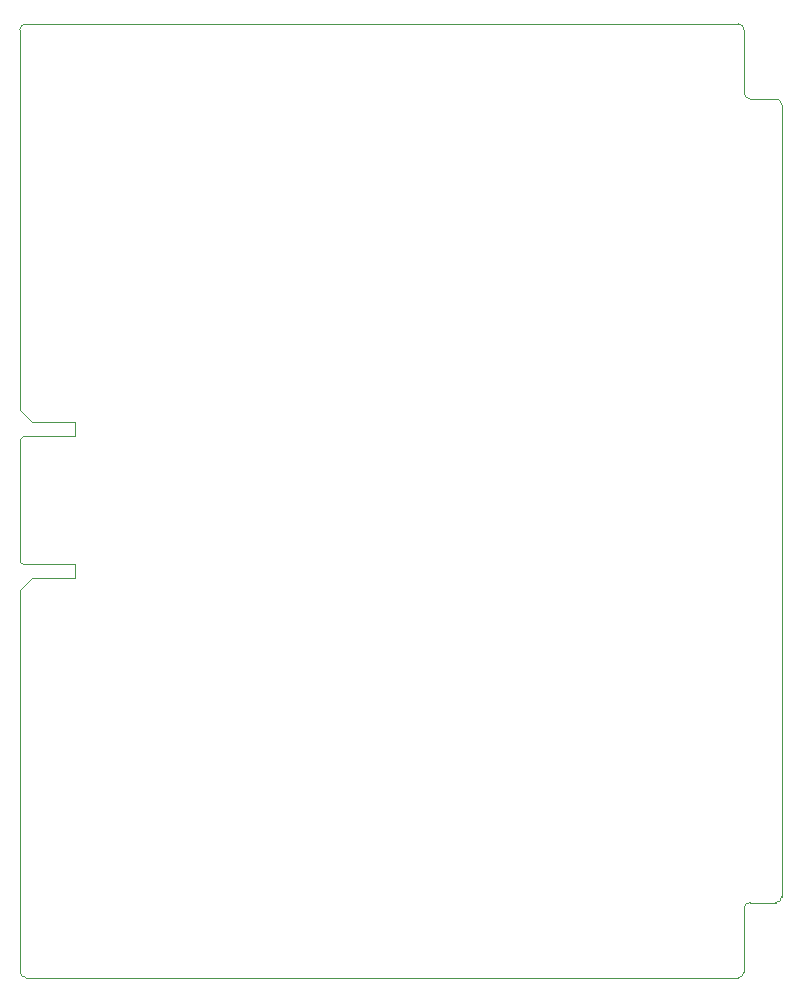
<source format=gm1>
G04 #@! TF.GenerationSoftware,KiCad,Pcbnew,8.0.7*
G04 #@! TF.CreationDate,2025-02-07T02:05:50-05:00*
G04 #@! TF.ProjectId,accessory_v3,61636365-7373-46f7-9279-5f76332e6b69,rev?*
G04 #@! TF.SameCoordinates,Original*
G04 #@! TF.FileFunction,Profile,NP*
%FSLAX46Y46*%
G04 Gerber Fmt 4.6, Leading zero omitted, Abs format (unit mm)*
G04 Created by KiCad (PCBNEW 8.0.7) date 2025-02-07 02:05:50*
%MOMM*%
%LPD*%
G01*
G04 APERTURE LIST*
G04 #@! TA.AperFunction,Profile*
%ADD10C,0.100000*%
G04 #@! TD*
G04 APERTURE END LIST*
D10*
X62330000Y-74400000D02*
X64500000Y-74400000D01*
X5180000Y-34880000D02*
X5180000Y-33730000D01*
X62330000Y-6350000D02*
G75*
G02*
X61810000Y-5870000I-20000J500000D01*
G01*
X480000Y-45530000D02*
X480000Y-35130000D01*
X1000000Y-80750000D02*
G75*
G02*
X500000Y-80250000I7710J507710D01*
G01*
X1500000Y-46930000D02*
X5180000Y-46930000D01*
X64500000Y-6350000D02*
G75*
G02*
X65000000Y-6860000I-5000J-505000D01*
G01*
X5180000Y-46930000D02*
X5180000Y-45780000D01*
X61810000Y-80250000D02*
G75*
G02*
X61330000Y-80750000I-490000J-10000D01*
G01*
X5180000Y-33730000D02*
X1500000Y-33730000D01*
X500000Y-80090000D02*
X500000Y-47930000D01*
X5180000Y-45780000D02*
X730000Y-45780000D01*
X61810000Y-74880000D02*
G75*
G02*
X62330000Y-74400000I500000J-20000D01*
G01*
X65000000Y-6860000D02*
X65000000Y-73900000D01*
X500000Y-80090000D02*
X500000Y-80250000D01*
X61810000Y-80250000D02*
X61810000Y-74880000D01*
X480000Y-35130000D02*
X730000Y-34880000D01*
X62330000Y-6350000D02*
X64500000Y-6350000D01*
X61810000Y-500000D02*
X61810000Y-5870000D01*
X500000Y-47930000D02*
X1500000Y-46930000D01*
X1130000Y0D02*
X61330000Y0D01*
X61330000Y0D02*
G75*
G02*
X61810000Y-500000I-10000J-490000D01*
G01*
X65000000Y-73900000D02*
G75*
G02*
X64500000Y-74400000I-500000J0D01*
G01*
X1500000Y-33730000D02*
X500000Y-32730000D01*
X730000Y-34880000D02*
X5180000Y-34880000D01*
X1000000Y-80750000D02*
X61330000Y-80750000D01*
X500000Y-500000D02*
G75*
G02*
X950000Y-1I482710J18060D01*
G01*
X500000Y-32730000D02*
X500000Y-500000D01*
X730000Y-45780000D02*
X480000Y-45530000D01*
X1130000Y0D02*
X950000Y0D01*
M02*

</source>
